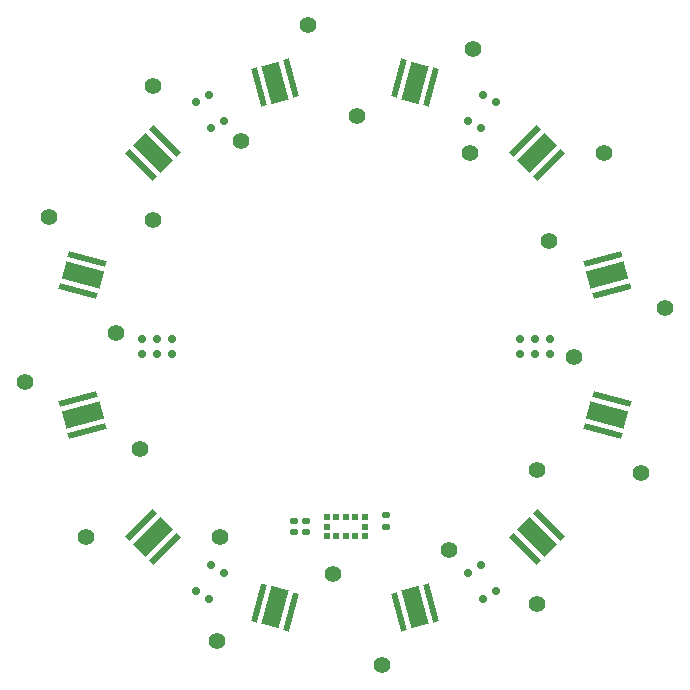
<source format=gbr>
%TF.GenerationSoftware,KiCad,Pcbnew,7.0.5*%
%TF.CreationDate,2023-06-22T13:55:38-04:00*%
%TF.ProjectId,ESP32Sensor-LED_board,45535033-3253-4656-9e73-6f722d4c4544,rev?*%
%TF.SameCoordinates,Original*%
%TF.FileFunction,Soldermask,Top*%
%TF.FilePolarity,Negative*%
%FSLAX46Y46*%
G04 Gerber Fmt 4.6, Leading zero omitted, Abs format (unit mm)*
G04 Created by KiCad (PCBNEW 7.0.5) date 2023-06-22 13:55:38*
%MOMM*%
%LPD*%
G01*
G04 APERTURE LIST*
G04 Aperture macros list*
%AMRoundRect*
0 Rectangle with rounded corners*
0 $1 Rounding radius*
0 $2 $3 $4 $5 $6 $7 $8 $9 X,Y pos of 4 corners*
0 Add a 4 corners polygon primitive as box body*
4,1,4,$2,$3,$4,$5,$6,$7,$8,$9,$2,$3,0*
0 Add four circle primitives for the rounded corners*
1,1,$1+$1,$2,$3*
1,1,$1+$1,$4,$5*
1,1,$1+$1,$6,$7*
1,1,$1+$1,$8,$9*
0 Add four rect primitives between the rounded corners*
20,1,$1+$1,$2,$3,$4,$5,0*
20,1,$1+$1,$4,$5,$6,$7,0*
20,1,$1+$1,$6,$7,$8,$9,0*
20,1,$1+$1,$8,$9,$2,$3,0*%
%AMRotRect*
0 Rectangle, with rotation*
0 The origin of the aperture is its center*
0 $1 length*
0 $2 width*
0 $3 Rotation angle, in degrees counterclockwise*
0 Add horizontal line*
21,1,$1,$2,0,0,$3*%
G04 Aperture macros list end*
%ADD10RotRect,0.500000X3.300000X345.000000*%
%ADD11C,1.400000*%
%ADD12RotRect,1.500000X3.300000X345.000000*%
%ADD13RotRect,0.500000X3.300000X165.000000*%
%ADD14RotRect,1.500000X3.300000X165.000000*%
%ADD15RotRect,0.500000X3.300000X105.000000*%
%ADD16RotRect,1.500000X3.300000X105.000000*%
%ADD17RotRect,0.500000X3.300000X225.000000*%
%ADD18RotRect,1.500000X3.300000X225.000000*%
%ADD19RotRect,0.500000X3.300000X285.000000*%
%ADD20RotRect,1.500000X3.300000X285.000000*%
%ADD21RotRect,0.500000X3.300000X15.000000*%
%ADD22RotRect,1.500000X3.300000X15.000000*%
%ADD23RotRect,0.500000X3.300000X255.000000*%
%ADD24RotRect,1.500000X3.300000X255.000000*%
%ADD25RotRect,0.500000X3.300000X45.000000*%
%ADD26RotRect,1.500000X3.300000X45.000000*%
%ADD27RotRect,0.500000X3.300000X75.000000*%
%ADD28RotRect,1.500000X3.300000X75.000000*%
%ADD29RotRect,0.500000X3.300000X195.000000*%
%ADD30RotRect,1.500000X3.300000X195.000000*%
%ADD31RotRect,0.500000X3.300000X135.000000*%
%ADD32RotRect,1.500000X3.300000X135.000000*%
%ADD33RotRect,0.500000X3.300000X315.000000*%
%ADD34RotRect,1.500000X3.300000X315.000000*%
%ADD35RoundRect,0.140000X0.170000X-0.140000X0.170000X0.140000X-0.170000X0.140000X-0.170000X-0.140000X0*%
%ADD36RoundRect,0.135000X0.185000X-0.135000X0.185000X0.135000X-0.185000X0.135000X-0.185000X-0.135000X0*%
%ADD37R,0.500000X0.500000*%
%ADD38C,0.700000*%
%ADD39C,0.736600*%
G04 APERTURE END LIST*
D10*
%TO.C,LED1*%
X4538802Y22715770D03*
X7237598Y21992630D03*
D11*
X10787179Y25182627D03*
D12*
X5888200Y22354200D03*
D11*
X989221Y19525773D03*
%TD*%
D13*
%TO.C,LED12*%
X-4668002Y-22439970D03*
X-7366798Y-21716830D03*
D11*
X-10916379Y-24906827D03*
D14*
X-6017400Y-22078400D03*
D11*
X-1118421Y-19249973D03*
%TD*%
D15*
%TO.C,LED10*%
X-21919330Y-7164298D03*
X-22642470Y-4465502D03*
D11*
X-27179879Y-2986473D03*
D16*
X-22280900Y-5814900D03*
D11*
X-17381921Y-8643327D03*
%TD*%
D17*
%TO.C,LED8*%
X-15340272Y17389228D03*
X-17315928Y15413572D03*
D11*
X-16328100Y10744546D03*
D18*
X-16328100Y16401400D03*
D11*
X-16328100Y22058254D03*
%TD*%
D19*
%TO.C,LED3*%
X21790130Y7440198D03*
X22513270Y4741402D03*
D11*
X27050679Y3262373D03*
D20*
X22151700Y6090800D03*
D11*
X17252721Y8919227D03*
%TD*%
D21*
%TO.C,LED6*%
X4538802Y-22439970D03*
X7237598Y-21716830D03*
D11*
X8716627Y-17179421D03*
D22*
X5888200Y-22078400D03*
D11*
X3059773Y-26977379D03*
%TD*%
D23*
%TO.C,LED9*%
X-21919330Y7440198D03*
X-22642470Y4741402D03*
D11*
X-19452473Y1191821D03*
D24*
X-22280900Y6090800D03*
D11*
X-25109327Y10989779D03*
%TD*%
D25*
%TO.C,LED5*%
X15211072Y-17113328D03*
X17186728Y-15137672D03*
D11*
X16198900Y-10468646D03*
D26*
X16198900Y-16125500D03*
D11*
X16198900Y-21782354D03*
%TD*%
D27*
%TO.C,LED4*%
X21790130Y-7164298D03*
X22513270Y-4465502D03*
D11*
X19323273Y-915921D03*
D28*
X22151700Y-5814900D03*
D11*
X24980127Y-10713879D03*
%TD*%
D29*
%TO.C,LED7*%
X-4668002Y22715770D03*
X-7366798Y21992630D03*
D11*
X-8845827Y17455221D03*
D30*
X-6017400Y22354200D03*
D11*
X-3188973Y27253179D03*
%TD*%
D31*
%TO.C,LED11*%
X-15340172Y-17113328D03*
X-17315828Y-15137672D03*
D11*
X-21984854Y-16125500D03*
D32*
X-16328000Y-16125500D03*
D11*
X-10671146Y-16125500D03*
%TD*%
D33*
%TO.C,LED2*%
X15211072Y17389228D03*
X17186728Y15413572D03*
D11*
X21855754Y16401400D03*
D34*
X16198900Y16401400D03*
D11*
X10542046Y16401400D03*
%TD*%
D35*
%TO.C,C9*%
X-3391000Y-14760000D03*
X-3391000Y-15720000D03*
%TD*%
%TO.C,C10*%
X-4407000Y-14732000D03*
X-4407000Y-15692000D03*
%TD*%
D36*
%TO.C,R13*%
X3429000Y-14222000D03*
X3429000Y-15242000D03*
%TD*%
D37*
%TO.C,U5*%
X-1599999Y-15240000D03*
X-1599999Y-16040001D03*
X-800001Y-16040001D03*
X0Y-16040001D03*
X800001Y-16040001D03*
X1599999Y-16040001D03*
X1599999Y-15240000D03*
X1599999Y-14439999D03*
X800001Y-14439999D03*
X0Y-14439999D03*
X-800001Y-14439999D03*
X-1599999Y-14439999D03*
%TD*%
D38*
%TO.C,U2*%
X12684926Y-20700952D03*
X11414926Y-18501248D03*
X11585074Y-21335952D03*
X10315074Y-19136248D03*
%TD*%
D39*
%TO.C,J1*%
X14730000Y635000D03*
X14730000Y-635000D03*
X16000000Y635000D03*
X16000000Y-635000D03*
X17270000Y635000D03*
X17270000Y-635000D03*
%TD*%
D38*
%TO.C,U3*%
X-12684926Y20700952D03*
X-11414926Y18501248D03*
X-11585074Y21335952D03*
X-10315074Y19136248D03*
%TD*%
%TO.C,U4*%
X-11414926Y-18501248D03*
X-12684926Y-20700952D03*
X-10315074Y-19136248D03*
X-11585074Y-21335952D03*
%TD*%
D39*
%TO.C,J2*%
X-17270000Y635000D03*
X-17270000Y-635000D03*
X-16000000Y635000D03*
X-16000000Y-635000D03*
X-14730000Y635000D03*
X-14730000Y-635000D03*
%TD*%
D38*
%TO.C,U1*%
X11414926Y18501248D03*
X12684926Y20700952D03*
X10315074Y19136248D03*
X11585074Y21335952D03*
%TD*%
M02*

</source>
